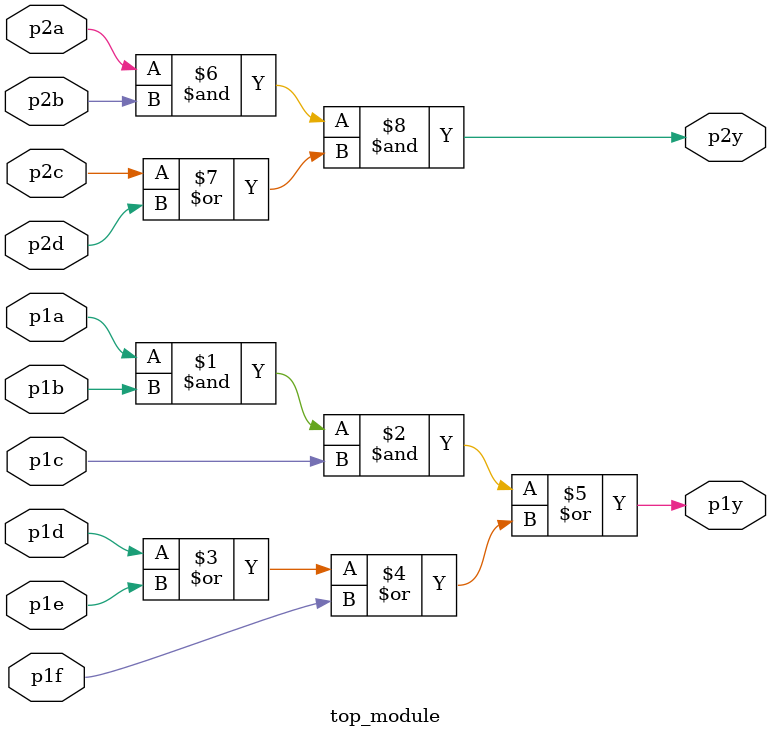
<source format=sv>
module top_module(
    input p1a, 
    input p1b, 
    input p1c, 
    input p1d,
    input p1e,
    input p1f,
    output p1y, 
    input p2a, 
    input p2b, 
    input p2c, 
    input p2d, 
    output p2y
);

    // Compute p1y
    assign p1y = (p1a & p1b & p1c) | (p1d | p1e | p1f);

    // Compute p2y
    assign p2y = (p2a & p2b) & (p2c | p2d);

endmodule

</source>
